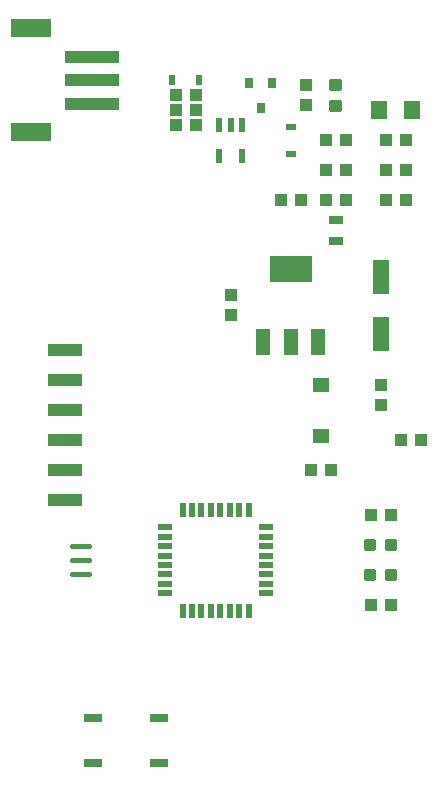
<source format=gtp>
G04 EAGLE Gerber RS-274X export*
G75*
%MOMM*%
%FSLAX34Y34*%
%LPD*%
%INSolderpaste Top*%
%IPPOS*%
%AMOC8*
5,1,8,0,0,1.08239X$1,22.5*%
G01*
%ADD10R,1.000000X1.100000*%
%ADD11R,1.100000X1.000000*%
%ADD12R,1.400000X3.000000*%
%ADD13R,1.400000X1.600000*%
%ADD14R,0.830000X0.630000*%
%ADD15R,0.630000X0.830000*%
%ADD16C,0.300000*%
%ADD17R,1.470000X1.270000*%
%ADD18R,4.600000X1.000000*%
%ADD19R,3.400000X1.600000*%
%ADD20R,1.200000X0.800000*%
%ADD21R,0.800000X0.900000*%
%ADD22R,1.524000X0.762000*%
%ADD23R,0.550000X1.200000*%
%ADD24R,1.270000X0.558800*%
%ADD25R,0.558800X1.270000*%
%ADD26R,1.219200X2.235200*%
%ADD27R,3.600000X2.200000*%
%ADD28C,0.450000*%
%ADD29R,3.000000X1.000000*%


D10*
X330200Y351400D03*
X330200Y334400D03*
D11*
X334400Y558800D03*
X351400Y558800D03*
X156600Y596900D03*
X173600Y596900D03*
X270900Y279400D03*
X287900Y279400D03*
X364100Y304800D03*
X347100Y304800D03*
D12*
X330200Y395100D03*
X330200Y443100D03*
D13*
X356900Y584200D03*
X328900Y584200D03*
D11*
X300600Y533400D03*
X283600Y533400D03*
D14*
X254000Y547300D03*
X254000Y570300D03*
D15*
X153600Y609600D03*
X176600Y609600D03*
D16*
X288600Y602170D02*
X295600Y602170D01*
X288600Y602170D02*
X288600Y609170D01*
X295600Y609170D01*
X295600Y602170D01*
X295600Y605020D02*
X288600Y605020D01*
X288600Y607870D02*
X295600Y607870D01*
X295600Y584630D02*
X288600Y584630D01*
X288600Y591630D01*
X295600Y591630D01*
X295600Y584630D01*
X295600Y587480D02*
X288600Y587480D01*
X288600Y590330D02*
X295600Y590330D01*
D17*
X279400Y308700D03*
X279400Y351700D03*
D16*
X335470Y219400D02*
X335470Y212400D01*
X335470Y219400D02*
X342470Y219400D01*
X342470Y212400D01*
X335470Y212400D01*
X335470Y215250D02*
X342470Y215250D01*
X342470Y218100D02*
X335470Y218100D01*
X317930Y219400D02*
X317930Y212400D01*
X317930Y219400D02*
X324930Y219400D01*
X324930Y212400D01*
X317930Y212400D01*
X317930Y215250D02*
X324930Y215250D01*
X324930Y218100D02*
X317930Y218100D01*
X335470Y194000D02*
X335470Y187000D01*
X335470Y194000D02*
X342470Y194000D01*
X342470Y187000D01*
X335470Y187000D01*
X335470Y189850D02*
X342470Y189850D01*
X342470Y192700D02*
X335470Y192700D01*
X317930Y194000D02*
X317930Y187000D01*
X317930Y194000D02*
X324930Y194000D01*
X324930Y187000D01*
X317930Y187000D01*
X317930Y189850D02*
X324930Y189850D01*
X324930Y192700D02*
X317930Y192700D01*
D18*
X85800Y589700D03*
X85800Y629700D03*
D19*
X33800Y565700D03*
X33800Y653700D03*
D18*
X85800Y609700D03*
D20*
X292100Y473600D03*
X292100Y491600D03*
D21*
X238100Y606900D03*
X219100Y606900D03*
X228600Y585900D03*
D11*
X351400Y508000D03*
X334400Y508000D03*
X321700Y241300D03*
X338700Y241300D03*
X321700Y165100D03*
X338700Y165100D03*
X173600Y584200D03*
X156600Y584200D03*
X283600Y558800D03*
X300600Y558800D03*
X156600Y571500D03*
X173600Y571500D03*
X351400Y533400D03*
X334400Y533400D03*
X283600Y508000D03*
X300600Y508000D03*
D10*
X266700Y605400D03*
X266700Y588400D03*
X203200Y410600D03*
X203200Y427600D03*
D11*
X245500Y508000D03*
X262500Y508000D03*
D22*
X86360Y69850D03*
X142240Y69850D03*
X86360Y31750D03*
X142240Y31750D03*
D23*
X212700Y571801D03*
X203200Y571801D03*
X193700Y571801D03*
X193700Y545799D03*
X212700Y545799D03*
D24*
X147574Y231200D03*
X147574Y223200D03*
X147574Y215200D03*
X147574Y207200D03*
X147574Y199200D03*
X147574Y191200D03*
X147574Y183200D03*
X147574Y175200D03*
D25*
X162500Y160274D03*
X170500Y160274D03*
X178500Y160274D03*
X186500Y160274D03*
X194500Y160274D03*
X202500Y160274D03*
X210500Y160274D03*
X218500Y160274D03*
D24*
X233426Y175200D03*
X233426Y183200D03*
X233426Y191200D03*
X233426Y199200D03*
X233426Y207200D03*
X233426Y215200D03*
X233426Y223200D03*
X233426Y231200D03*
D25*
X218500Y246126D03*
X210500Y246126D03*
X202500Y246126D03*
X194500Y246126D03*
X186500Y246126D03*
X178500Y246126D03*
X170500Y246126D03*
X162500Y246126D03*
D26*
X230886Y388112D03*
X254000Y388112D03*
X277114Y388112D03*
D27*
X254000Y450090D03*
D28*
X83475Y215200D02*
X68925Y215200D01*
X68925Y203200D02*
X83475Y203200D01*
X83475Y191200D02*
X68925Y191200D01*
D29*
X62700Y304800D03*
X62700Y279400D03*
X62700Y254000D03*
X62700Y330200D03*
X62700Y355600D03*
X62700Y381000D03*
M02*

</source>
